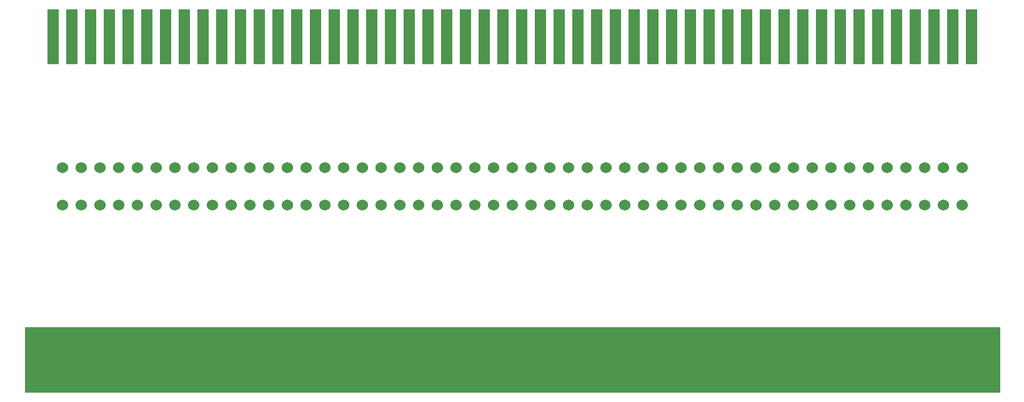
<source format=gbr>
%TF.GenerationSoftware,KiCad,Pcbnew,(6.0.0)*%
%TF.CreationDate,2022-04-24T20:10:25+02:00*%
%TF.ProjectId,ZorroDebug,5a6f7272-6f44-4656-9275-672e6b696361,rev?*%
%TF.SameCoordinates,Original*%
%TF.FileFunction,Soldermask,Top*%
%TF.FilePolarity,Negative*%
%FSLAX46Y46*%
G04 Gerber Fmt 4.6, Leading zero omitted, Abs format (unit mm)*
G04 Created by KiCad (PCBNEW (6.0.0)) date 2022-04-24 20:10:25*
%MOMM*%
%LPD*%
G01*
G04 APERTURE LIST*
%ADD10C,0.100000*%
%ADD11R,1.524000X7.500000*%
%ADD12C,1.524000*%
G04 APERTURE END LIST*
D10*
%TO.C,CON1*%
X251970007Y-123479992D02*
X119890007Y-123479992D01*
X119890007Y-123479992D02*
X119890007Y-114691592D01*
X119890007Y-114691592D02*
X251970007Y-114691592D01*
X251970007Y-114691592D02*
X251970007Y-123479992D01*
G36*
X251970007Y-123479992D02*
G01*
X119890007Y-123479992D01*
X119890007Y-114691592D01*
X251970007Y-114691592D01*
X251970007Y-123479992D01*
G37*
X251970007Y-123479992D02*
X119890007Y-123479992D01*
X119890007Y-114691592D01*
X251970007Y-114691592D01*
X251970007Y-123479992D01*
%TD*%
D11*
%TO.C,CON2*%
X248160000Y-75220000D03*
X245620000Y-75220000D03*
X243080000Y-75220000D03*
X240540000Y-75220000D03*
X238000000Y-75220000D03*
X235460000Y-75220000D03*
X232920000Y-75220000D03*
X230380000Y-75220000D03*
X227840000Y-75220000D03*
X225300000Y-75220000D03*
X222760000Y-75220000D03*
X220220000Y-75220000D03*
X217680000Y-75220000D03*
X215140000Y-75220000D03*
X212600000Y-75220000D03*
X210060000Y-75220000D03*
X207520000Y-75220000D03*
X204980000Y-75220000D03*
X202440000Y-75220000D03*
X199900000Y-75220000D03*
X197360000Y-75220000D03*
X194820000Y-75220000D03*
X192280000Y-75220000D03*
X189740000Y-75220000D03*
X187200000Y-75220000D03*
X184660000Y-75220000D03*
X182120000Y-75220000D03*
X179580000Y-75220000D03*
X177040000Y-75220000D03*
X174500000Y-75220000D03*
X171960000Y-75220000D03*
X169420000Y-75220000D03*
X166880000Y-75220000D03*
X164340000Y-75220000D03*
X161800000Y-75220000D03*
X159260000Y-75220000D03*
X156720000Y-75220000D03*
X154180000Y-75220000D03*
X151640000Y-75220000D03*
X149100000Y-75220000D03*
X146560000Y-75220000D03*
X144020000Y-75220000D03*
X141480000Y-75220000D03*
X138940000Y-75220000D03*
X136400000Y-75220000D03*
X133860000Y-75220000D03*
X131320000Y-75220000D03*
X128780000Y-75220000D03*
X126240000Y-75220000D03*
X123700000Y-75220000D03*
%TD*%
%TO.C,CON1*%
X248160007Y-118399992D03*
X245620007Y-118399992D03*
X243080007Y-118399992D03*
X240540007Y-118399992D03*
X238000007Y-118399992D03*
X235460007Y-118399992D03*
X232920007Y-118399992D03*
X230380007Y-118399992D03*
X227840007Y-118399992D03*
X225300007Y-118399992D03*
X222760007Y-118399992D03*
X220220007Y-118399992D03*
X217680007Y-118399992D03*
X215140007Y-118399992D03*
X212600007Y-118399992D03*
X210060007Y-118399992D03*
X207520007Y-118399992D03*
X204980007Y-118399992D03*
X202440007Y-118399992D03*
X199900007Y-118399992D03*
X197360007Y-118399992D03*
X194820007Y-118399992D03*
X192280007Y-118399992D03*
X189740007Y-118399992D03*
X187200007Y-118399992D03*
X184660007Y-118399992D03*
X182120007Y-118399992D03*
X179580007Y-118399992D03*
X177040007Y-118399992D03*
X174500007Y-118399992D03*
X171960007Y-118399992D03*
X169420007Y-118399992D03*
X166880007Y-118399992D03*
X164340007Y-118399992D03*
X161800007Y-118399992D03*
X159260007Y-118399992D03*
X156720007Y-118399992D03*
X154180007Y-118399992D03*
X151640007Y-118399992D03*
X149100007Y-118399992D03*
X146560007Y-118399992D03*
X144020007Y-118399992D03*
X141480007Y-118399992D03*
X138940007Y-118399992D03*
X136400007Y-118399992D03*
X133860007Y-118399992D03*
X131320007Y-118399992D03*
X128780007Y-118399992D03*
X126240007Y-118399992D03*
X123700007Y-118399992D03*
%TD*%
D12*
%TO.C,CON3*%
X246890000Y-93000000D03*
X246890000Y-98080000D03*
X244350000Y-93000000D03*
X244350000Y-98080000D03*
X241810000Y-93000000D03*
X241810000Y-98080000D03*
X239270000Y-93000000D03*
X239270000Y-98080000D03*
X236730000Y-93000000D03*
X236730000Y-98080000D03*
X234190000Y-93000000D03*
X234190000Y-98080000D03*
X231650000Y-93000000D03*
X231650000Y-98080000D03*
X229110000Y-93000000D03*
X229110000Y-98080000D03*
X226570000Y-93000000D03*
X226570000Y-98080000D03*
X224030000Y-93000000D03*
X224030000Y-98080000D03*
X221490000Y-93000000D03*
X221490000Y-98080000D03*
X218950000Y-93000000D03*
X218950000Y-98080000D03*
X216410000Y-93000000D03*
X216410000Y-98080000D03*
X213870000Y-93000000D03*
X213870000Y-98080000D03*
X211330000Y-93000000D03*
X211330000Y-98080000D03*
X208790000Y-93000000D03*
X208790000Y-98080000D03*
X206250000Y-93000000D03*
X206250000Y-98080000D03*
X203710000Y-93000000D03*
X203710000Y-98080000D03*
X201170000Y-93000000D03*
X201170000Y-98080000D03*
X198630000Y-93000000D03*
X198630000Y-98080000D03*
X196090000Y-93000000D03*
X196090000Y-98080000D03*
X193550000Y-93000000D03*
X193550000Y-98080000D03*
X191010000Y-93000000D03*
X191010000Y-98080000D03*
X188470000Y-93000000D03*
X188470000Y-98080000D03*
X185930000Y-93000000D03*
X185930000Y-98080000D03*
X183390000Y-93000000D03*
X183390000Y-98080000D03*
X180850000Y-93000000D03*
X180850000Y-98080000D03*
X178310000Y-93000000D03*
X178310000Y-98080000D03*
X175770000Y-93000000D03*
X175770000Y-98080000D03*
X173230000Y-93000000D03*
X173230000Y-98080000D03*
X170690000Y-93000000D03*
X170690000Y-98080000D03*
X168150000Y-93000000D03*
X168150000Y-98080000D03*
X165610000Y-93000000D03*
X165610000Y-98080000D03*
X163070000Y-93000000D03*
X163070000Y-98080000D03*
X160530000Y-93000000D03*
X160530000Y-98080000D03*
X157990000Y-93000000D03*
X157990000Y-98080000D03*
X155450000Y-93000000D03*
X155450000Y-98080000D03*
X152910000Y-93000000D03*
X152910000Y-98080000D03*
X150370000Y-93000000D03*
X150370000Y-98080000D03*
X147830000Y-93000000D03*
X147830000Y-98080000D03*
X145290000Y-93000000D03*
X145290000Y-98080000D03*
X142750000Y-93000000D03*
X142750000Y-98080000D03*
X140210000Y-93000000D03*
X140210000Y-98080000D03*
X137670000Y-93000000D03*
X137670000Y-98080000D03*
X135130000Y-93000000D03*
X135130000Y-98080000D03*
X132590000Y-93000000D03*
X132590000Y-98080000D03*
X130050000Y-93000000D03*
X130050000Y-98080000D03*
X127510000Y-93000000D03*
X127510000Y-98080000D03*
X124970000Y-93000000D03*
X124970000Y-98080000D03*
%TD*%
M02*

</source>
